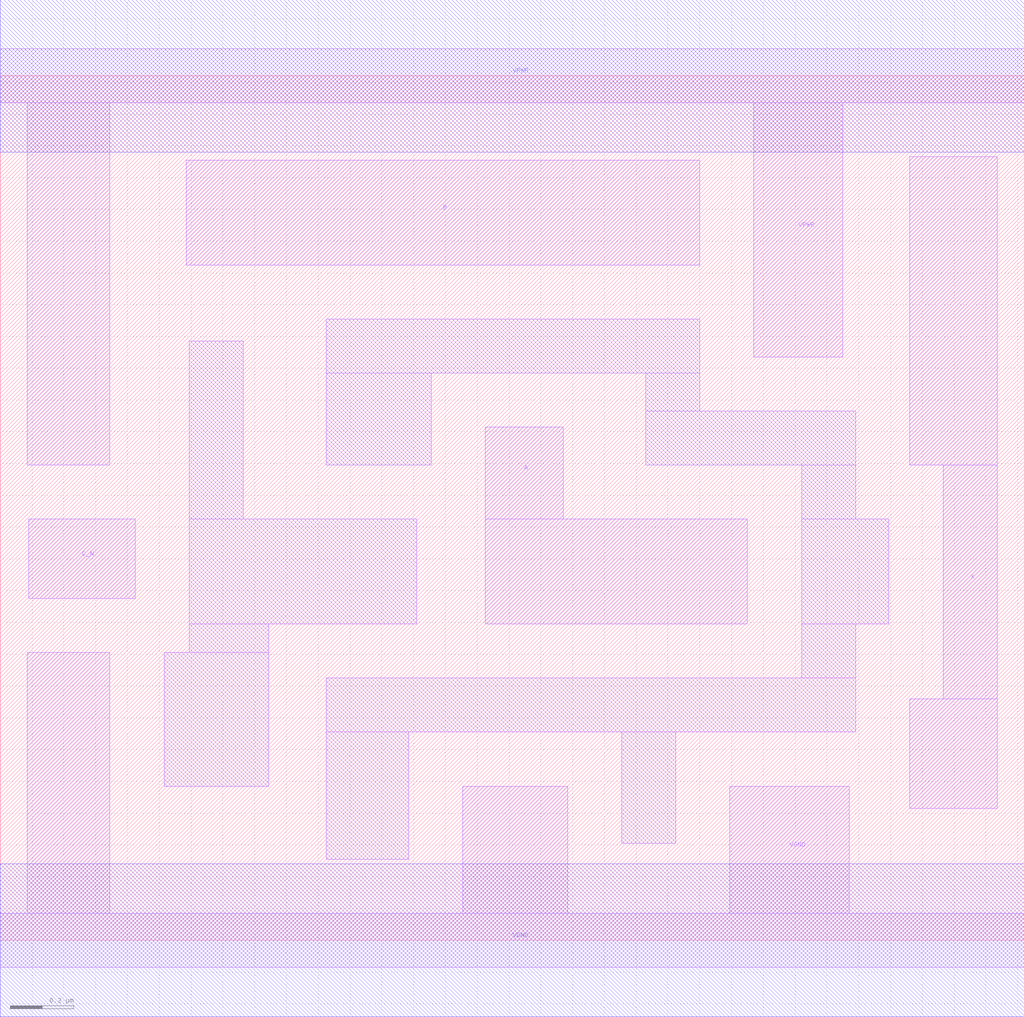
<source format=lef>
# Copyright 2020 The SkyWater PDK Authors
#
# Licensed under the Apache License, Version 2.0 (the "License");
# you may not use this file except in compliance with the License.
# You may obtain a copy of the License at
#
#     https://www.apache.org/licenses/LICENSE-2.0
#
# Unless required by applicable law or agreed to in writing, software
# distributed under the License is distributed on an "AS IS" BASIS,
# WITHOUT WARRANTIES OR CONDITIONS OF ANY KIND, either express or implied.
# See the License for the specific language governing permissions and
# limitations under the License.
#
# SPDX-License-Identifier: Apache-2.0

VERSION 5.5 ;
NAMESCASESENSITIVE ON ;
BUSBITCHARS "[]" ;
DIVIDERCHAR "/" ;
MACRO sky130_fd_sc_hd__or3b_1
  CLASS CORE ;
  SOURCE USER ;
  ORIGIN  0.000000  0.000000 ;
  SIZE  3.220000 BY  2.720000 ;
  SYMMETRY X Y R90 ;
  SITE unithd ;
  PIN A
    ANTENNAGATEAREA  0.126000 ;
    DIRECTION INPUT ;
    USE SIGNAL ;
    PORT
      LAYER li1 ;
        RECT 1.525000 0.995000 2.350000 1.325000 ;
        RECT 1.525000 1.325000 1.770000 1.615000 ;
    END
  END A
  PIN B
    ANTENNAGATEAREA  0.126000 ;
    DIRECTION INPUT ;
    USE SIGNAL ;
    PORT
      LAYER li1 ;
        RECT 0.585000 2.125000 2.200000 2.455000 ;
    END
  END B
  PIN C_N
    ANTENNAGATEAREA  0.126000 ;
    DIRECTION INPUT ;
    USE SIGNAL ;
    PORT
      LAYER li1 ;
        RECT 0.090000 1.075000 0.425000 1.325000 ;
    END
  END C_N
  PIN X
    ANTENNADIFFAREA  0.453750 ;
    DIRECTION OUTPUT ;
    USE SIGNAL ;
    PORT
      LAYER li1 ;
        RECT 2.860000 0.415000 3.135000 0.760000 ;
        RECT 2.860000 1.495000 3.135000 2.465000 ;
        RECT 2.965000 0.760000 3.135000 1.495000 ;
    END
  END X
  PIN VGND
    DIRECTION INOUT ;
    SHAPE ABUTMENT ;
    USE GROUND ;
    PORT
      LAYER li1 ;
        RECT 0.000000 -0.085000 3.220000 0.085000 ;
        RECT 0.085000  0.085000 0.345000 0.905000 ;
        RECT 1.455000  0.085000 1.785000 0.485000 ;
        RECT 2.295000  0.085000 2.670000 0.485000 ;
    END
    PORT
      LAYER met1 ;
        RECT 0.000000 -0.240000 3.220000 0.240000 ;
    END
  END VGND
  PIN VPWR
    DIRECTION INOUT ;
    SHAPE ABUTMENT ;
    USE POWER ;
    PORT
      LAYER li1 ;
        RECT 0.000000 2.635000 3.220000 2.805000 ;
        RECT 0.085000 1.495000 0.345000 2.635000 ;
        RECT 2.370000 1.835000 2.650000 2.635000 ;
    END
    PORT
      LAYER met1 ;
        RECT 0.000000 2.480000 3.220000 2.960000 ;
    END
  END VPWR
  OBS
    LAYER li1 ;
      RECT 0.515000 0.485000 0.845000 0.905000 ;
      RECT 0.595000 0.905000 0.845000 0.995000 ;
      RECT 0.595000 0.995000 1.310000 1.325000 ;
      RECT 0.595000 1.325000 0.765000 1.885000 ;
      RECT 1.025000 0.255000 1.285000 0.655000 ;
      RECT 1.025000 0.655000 2.690000 0.825000 ;
      RECT 1.025000 1.495000 1.355000 1.785000 ;
      RECT 1.025000 1.785000 2.200000 1.955000 ;
      RECT 1.955000 0.305000 2.125000 0.655000 ;
      RECT 2.030000 1.495000 2.690000 1.665000 ;
      RECT 2.030000 1.665000 2.200000 1.785000 ;
      RECT 2.520000 0.825000 2.690000 0.995000 ;
      RECT 2.520000 0.995000 2.795000 1.325000 ;
      RECT 2.520000 1.325000 2.690000 1.495000 ;
  END
END sky130_fd_sc_hd__or3b_1

</source>
